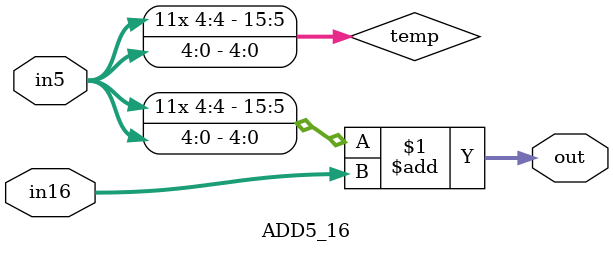
<source format=v>
module ADD5_16(in5,in16,out);
input[4:0]in5;
input[15:0]in16;
output[15:0]out;

wire[15:0]temp;
assign temp={{(11){in5[4]}},in5};
assign out=temp+in16;
endmodule

</source>
